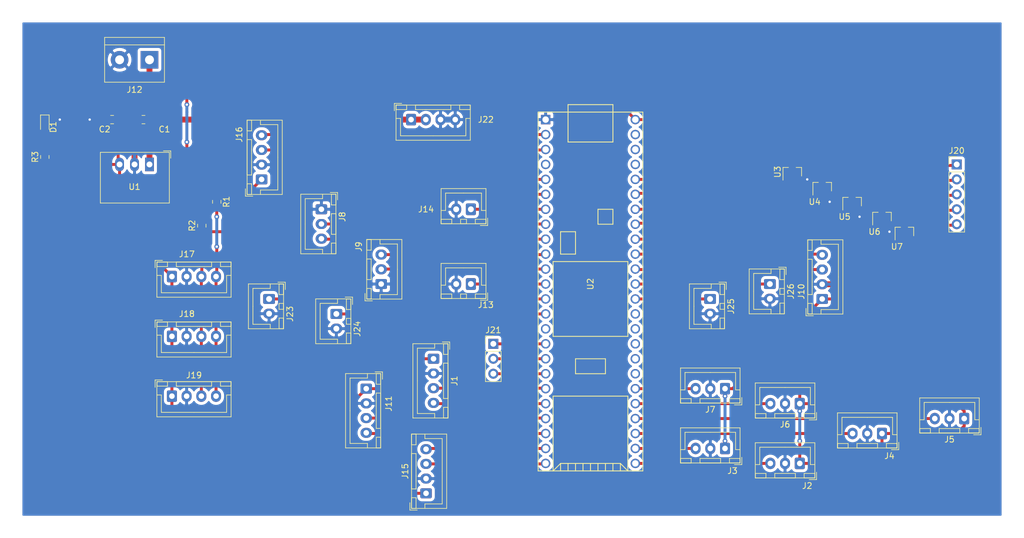
<source format=kicad_pcb>
(kicad_pcb (version 20171130) (host pcbnew 5.1.6+dfsg1-1)
  (layers (0 F.Cu signal) (31 B.Cu signal) (34 B.Paste user) (35 F.Paste user) (36 B.SilkS user) (37 F.SilkS user) (38 B.Mask user) (39 F.Mask user) (44 Edge.Cuts user))
  (net 0 "")
  (net 1 GND)
  (net 2 +12V)
  (net 3 +5V)
  (net 4 "Net-(D1-Pad2)")
  (net 5 /LCD_2)
  (net 6 /LCD_1)
  (net 7 /IR_out1.1)
  (net 8 /IR_out1.2)
  (net 9 /IR_out1.3)
  (net 10 /IR_out2.1)
  (net 11 /IR_out2.2)
  (net 12 /IR_out2.3)
  (net 13 /mot1_dir)
  (net 14 /mot1_PWM)
  (net 15 /mot2_dir)
  (net 16 /mot2_PWM)
  (net 17 /enc1_B)
  (net 18 /enc1_A)
  (net 19 /enc2_B)
  (net 20 /enc2_A)
  (net 21 /tirette)
  (net 22 /couleur)
  (net 23 /RX4)
  (net 24 /TX4)
  (net 25 /Xbee_RX)
  (net 26 /Xbee_TX)
  (net 27 /SCL)
  (net 28 /SDA)
  (net 29 "Net-(J20-Pad5)")
  (net 30 "Net-(J20-Pad4)")
  (net 31 "Net-(J20-Pad3)")
  (net 32 "Net-(J20-Pad2)")
  (net 33 "Net-(J20-Pad1)")
  (net 34 /lidar_out3)
  (net 35 /lidar_out2)
  (net 36 /lidar_out1)
  (net 37 /galet_1.1)
  (net 38 /galet_1.2)
  (net 39 /galet_2.1)
  (net 40 /galet_2.2)
  (net 41 "Net-(U2-Pad52)")
  (net 42 "Net-(U2-Pad51)")
  (net 43 "Net-(U2-Pad50)")
  (net 44 /lidar_in1)
  (net 45 /lidar_in2)
  (net 46 /lidar_in3)
  (net 47 /lidar_in4)
  (net 48 /lidar_in5)
  (net 49 "Net-(U2-Pad40)")
  (net 50 "Net-(U2-Pad39)")
  (net 51 "Net-(U2-Pad38)")
  (net 52 "Net-(U2-Pad4)")
  (net 53 "Net-(U2-Pad37)")
  (net 54 "Net-(U2-Pad36)")
  (net 55 "Net-(U2-Pad15)")
  (module myFootprints:SOT-23 (layer F.Cu) (at 212.09 76.2 90)
    (fp_text reference U7 (at -2.54 -1.27 180) (layer F.SilkS))
    (fp_text value mosfet_lid_I5)
    (pad 1 smd rect (at -1.1 -0.95 90) (size 1.2 0.8) (layers F.Cu F.Paste F.Mask) (net 48 /lidar_in5))
    (pad 2 smd rect (at -1.1 0.95 90) (size 1.2 0.8) (layers F.Cu F.Paste F.Mask) (net 1 GND))
    (pad 3 smd rect (at 1.1 0 90) (size 1.2 0.8) (layers F.Cu F.Paste F.Mask) (net 29 "Net-(J20-Pad5)"))
  )
  (module myFootprints:SOT-23 (layer F.Cu) (at 193.04 66.04 90)
    (fp_text reference U3 (at 0 -2.5 90) (layer F.SilkS))
    (fp_text value mosfet_lid_I1)
    (pad 1 smd rect (at -1.1 -0.95 90) (size 1.2 0.8) (layers F.Cu F.Paste F.Mask) (net 44 /lidar_in1))
    (pad 2 smd rect (at -1.1 0.95 90) (size 1.2 0.8) (layers F.Cu F.Paste F.Mask) (net 1 GND))
    (pad 3 smd rect (at 1.1 0 90) (size 1.2 0.8) (layers F.Cu F.Paste F.Mask) (net 33 "Net-(J20-Pad1)"))
  )
  (module myFootprints:SOT-23 (layer F.Cu) (at 208.28 73.66 90)
    (fp_text reference U6 (at -2.54 -1.27 180) (layer F.SilkS))
    (fp_text value mosfet_lid_I4)
    (pad 1 smd rect (at -1.1 -0.95 90) (size 1.2 0.8) (layers F.Cu F.Paste F.Mask) (net 47 /lidar_in4))
    (pad 2 smd rect (at -1.1 0.95 90) (size 1.2 0.8) (layers F.Cu F.Paste F.Mask) (net 1 GND))
    (pad 3 smd rect (at 1.1 0 90) (size 1.2 0.8) (layers F.Cu F.Paste F.Mask) (net 30 "Net-(J20-Pad4)"))
  )
  (module myFootprints:SOT-23 (layer F.Cu) (at 203.2 71.12 90)
    (fp_text reference U5 (at -2.54 -1.27 180) (layer F.SilkS))
    (fp_text value mosfet_lid_I3)
    (pad 1 smd rect (at -1.1 -0.95 90) (size 1.2 0.8) (layers F.Cu F.Paste F.Mask) (net 46 /lidar_in3))
    (pad 2 smd rect (at -1.1 0.95 90) (size 1.2 0.8) (layers F.Cu F.Paste F.Mask) (net 1 GND))
    (pad 3 smd rect (at 1.1 0 90) (size 1.2 0.8) (layers F.Cu F.Paste F.Mask) (net 31 "Net-(J20-Pad3)"))
  )
  (module myFootprints:SOT-23 (layer F.Cu) (at 198.12 68.58 90)
    (fp_text reference U4 (at -2.54 -1.27 180) (layer F.SilkS))
    (fp_text value mosfet_lid_I2)
    (pad 1 smd rect (at -1.1 -0.95 90) (size 1.2 0.8) (layers F.Cu F.Paste F.Mask) (net 45 /lidar_in2))
    (pad 2 smd rect (at -1.1 0.95 90) (size 1.2 0.8) (layers F.Cu F.Paste F.Mask) (net 1 GND))
    (pad 3 smd rect (at 1.1 0 90) (size 1.2 0.8) (layers F.Cu F.Paste F.Mask) (net 32 "Net-(J20-Pad2)"))
  )
  (module myFootprints:Teensy35_36 (layer F.Cu) (at 158.75 86.36 270)
    (fp_text reference U2 (at -1.27 0 90) (layer F.SilkS))
    (fp_text value Teensy3.5)
    (pad 53 thru_hole circle (at -29.21 -7.62 270) (size 1.6 1.6) (drill 1.1) (layers *.Cu *.Mask) (net 3 +5V))
    (pad 52 thru_hole circle (at -26.67 -7.62 270) (size 1.6 1.6) (drill 1.1) (layers *.Cu *.Mask) (net 41 "Net-(U2-Pad52)"))
    (pad 51 thru_hole circle (at -24.13 -7.62 270) (size 1.6 1.6) (drill 1.1) (layers *.Cu *.Mask) (net 42 "Net-(U2-Pad51)"))
    (pad 50 thru_hole circle (at -21.59 -7.62 270) (size 1.6 1.6) (drill 1.1) (layers *.Cu *.Mask) (net 43 "Net-(U2-Pad50)"))
    (pad 49 thru_hole circle (at -19.05 -7.62 270) (size 1.6 1.6) (drill 1.1) (layers *.Cu *.Mask) (net 44 /lidar_in1))
    (pad 48 thru_hole circle (at -16.51 -7.62 270) (size 1.6 1.6) (drill 1.1) (layers *.Cu *.Mask) (net 45 /lidar_in2))
    (pad 47 thru_hole circle (at -13.97 -7.62 270) (size 1.6 1.6) (drill 1.1) (layers *.Cu *.Mask) (net 46 /lidar_in3))
    (pad 46 thru_hole circle (at -11.43 -7.62 270) (size 1.6 1.6) (drill 1.1) (layers *.Cu *.Mask) (net 47 /lidar_in4))
    (pad 45 thru_hole circle (at -8.89 -7.62 270) (size 1.6 1.6) (drill 1.1) (layers *.Cu *.Mask) (net 48 /lidar_in5))
    (pad 44 thru_hole circle (at -6.35 -7.62 270) (size 1.6 1.6) (drill 1.1) (layers *.Cu *.Mask) (net 17 /enc1_B))
    (pad 43 thru_hole circle (at -3.81 -7.62 270) (size 1.6 1.6) (drill 1.1) (layers *.Cu *.Mask) (net 18 /enc1_A))
    (pad 42 thru_hole circle (at -1.27 -7.62 270) (size 1.6 1.6) (drill 1.1) (layers *.Cu *.Mask) (net 40 /galet_2.2))
    (pad 41 thru_hole circle (at 1.27 -7.62 270) (size 1.6 1.6) (drill 1.1) (layers *.Cu *.Mask) (net 39 /galet_2.1))
    (pad 40 thru_hole circle (at 3.81 -7.62 270) (size 1.6 1.6) (drill 1.1) (layers *.Cu *.Mask) (net 49 "Net-(U2-Pad40)"))
    (pad 39 thru_hole circle (at 6.35 -7.62 270) (size 1.6 1.6) (drill 1.1) (layers *.Cu *.Mask) (net 50 "Net-(U2-Pad39)"))
    (pad 38 thru_hole circle (at 8.89 -7.62 270) (size 1.6 1.6) (drill 1.1) (layers *.Cu *.Mask) (net 51 "Net-(U2-Pad38)"))
    (pad 1 thru_hole rect (at -29.21 7.62 270) (size 1.6 1.6) (drill 1.1) (layers *.Cu *.Mask) (net 1 GND))
    (pad 2 thru_hole circle (at -26.67 7.62 270) (size 1.6 1.6) (drill 1.1) (layers *.Cu *.Mask) (net 25 /Xbee_RX))
    (pad 3 thru_hole circle (at -24.13 7.62 270) (size 1.6 1.6) (drill 1.1) (layers *.Cu *.Mask) (net 26 /Xbee_TX))
    (pad 4 thru_hole circle (at -21.59 7.62 270) (size 1.6 1.6) (drill 1.1) (layers *.Cu *.Mask) (net 52 "Net-(U2-Pad4)"))
    (pad 5 thru_hole circle (at -19.05 7.62 270) (size 1.6 1.6) (drill 1.1) (layers *.Cu *.Mask) (net 27 /SCL))
    (pad 6 thru_hole circle (at -16.51 7.62 270) (size 1.6 1.6) (drill 1.1) (layers *.Cu *.Mask) (net 28 /SDA))
    (pad 7 thru_hole circle (at -13.97 7.62 270) (size 1.6 1.6) (drill 1.1) (layers *.Cu *.Mask) (net 22 /couleur))
    (pad 8 thru_hole circle (at -11.43 7.62 270) (size 1.6 1.6) (drill 1.1) (layers *.Cu *.Mask) (net 14 /mot1_PWM))
    (pad 9 thru_hole circle (at -8.89 7.62 270) (size 1.6 1.6) (drill 1.1) (layers *.Cu *.Mask) (net 13 /mot1_dir))
    (pad 10 thru_hole circle (at -6.35 7.62 270) (size 1.6 1.6) (drill 1.1) (layers *.Cu *.Mask) (net 15 /mot2_dir))
    (pad 11 thru_hole circle (at -3.81 7.62 270) (size 1.6 1.6) (drill 1.1) (layers *.Cu *.Mask) (net 16 /mot2_PWM))
    (pad 12 thru_hole circle (at -1.27 7.62 270) (size 1.6 1.6) (drill 1.1) (layers *.Cu *.Mask) (net 21 /tirette))
    (pad 13 thru_hole circle (at 1.27 7.62 270) (size 1.6 1.6) (drill 1.1) (layers *.Cu *.Mask) (net 37 /galet_1.1))
    (pad 37 thru_hole circle (at 11.43 -7.62 270) (size 1.6 1.6) (drill 1.1) (layers *.Cu *.Mask) (net 53 "Net-(U2-Pad37)"))
    (pad 36 thru_hole circle (at 13.97 -7.62 270) (size 1.6 1.6) (drill 1.1) (layers *.Cu *.Mask) (net 54 "Net-(U2-Pad36)"))
    (pad 35 thru_hole circle (at 16.51 -7.62 270) (size 1.6 1.6) (drill 1.1) (layers *.Cu *.Mask) (net 12 /IR_out2.3))
    (pad 34 thru_hole circle (at 19.05 -7.62 270) (size 1.6 1.6) (drill 1.1) (layers *.Cu *.Mask) (net 11 /IR_out2.2))
    (pad 33 thru_hole circle (at 21.59 -7.62 270) (size 1.6 1.6) (drill 1.1) (layers *.Cu *.Mask) (net 10 /IR_out2.1))
    (pad 32 thru_hole circle (at 24.13 -7.62 270) (size 1.6 1.6) (drill 1.1) (layers *.Cu *.Mask) (net 9 /IR_out1.3))
    (pad 31 thru_hole circle (at 26.67 -7.62 270) (size 1.6 1.6) (drill 1.1) (layers *.Cu *.Mask) (net 8 /IR_out1.2))
    (pad 30 thru_hole circle (at 29.21 -7.62 270) (size 1.6 1.6) (drill 1.1) (layers *.Cu *.Mask) (net 7 /IR_out1.1))
    (pad 24 thru_hole circle (at 29.21 7.62 270) (size 1.6 1.6) (drill 1.1) (layers *.Cu *.Mask) (net 24 /TX4))
    (pad 23 thru_hole circle (at 26.67 7.62 270) (size 1.6 1.6) (drill 1.1) (layers *.Cu *.Mask) (net 23 /RX4))
    (pad 22 thru_hole circle (at 24.13 7.62 270) (size 1.6 1.6) (drill 1.1) (layers *.Cu *.Mask) (net 19 /enc2_B))
    (pad 21 thru_hole circle (at 21.59 7.62 270) (size 1.6 1.6) (drill 1.1) (layers *.Cu *.Mask) (net 20 /enc2_A))
    (pad 14 thru_hole circle (at 3.81 7.62 270) (size 1.6 1.6) (drill 1.1) (layers *.Cu *.Mask) (net 38 /galet_1.2))
    (pad 15 thru_hole circle (at 6.35 7.62 270) (size 1.6 1.6) (drill 1.1) (layers *.Cu *.Mask) (net 55 "Net-(U2-Pad15)"))
    (pad 16 thru_hole circle (at 8.89 7.62 270) (size 1.6 1.6) (drill 1.1) (layers *.Cu *.Mask) (net 36 /lidar_out1))
    (pad 20 thru_hole circle (at 19.05 7.62 270) (size 1.6 1.6) (drill 1.1) (layers *.Cu *.Mask) (net 5 /LCD_2))
    (pad 19 thru_hole circle (at 16.51 7.62 270) (size 1.6 1.6) (drill 1.1) (layers *.Cu *.Mask) (net 6 /LCD_1))
    (pad 18 thru_hole circle (at 13.97 7.62 270) (size 1.6 1.6) (drill 1.1) (layers *.Cu *.Mask) (net 34 /lidar_out3))
    (pad 17 thru_hole circle (at 11.43 7.62 270) (size 1.6 1.6) (drill 1.1) (layers *.Cu *.Mask) (net 35 /lidar_out2))
  )
  (module Converter_DCDC:Converter_DCDC_RECOM_R-78E-0.5_THT (layer F.Cu) (at 83.82 64.77 180)
    (fp_text reference U1 (at 2.54 -3.81) (layer F.SilkS))
    (fp_text value R-78E5.0-1.0)
    (pad 3 thru_hole oval (at 5.08 0 180) (size 1.5 2.3) (drill 1) (layers *.Cu *.Mask) (net 3 +5V))
    (pad 2 thru_hole oval (at 2.54 0 180) (size 1.5 2.3) (drill 1) (layers *.Cu *.Mask) (net 1 GND))
    (pad 1 thru_hole rect (at 0 0 180) (size 1.5 2.3) (drill 1) (layers *.Cu *.Mask) (net 2 +12V))
  )
  (module Resistor_SMD:R_0805_2012Metric_Pad1.15x1.40mm_HandSolder (layer F.Cu) (at 66.04 63.5 90)
    (fp_text reference R3 (at 0 -1.65 90) (layer F.SilkS))
    (fp_text value 1k)
    (pad 2 smd roundrect (at 1.025 0 90) (size 1.15 1.4) (layers F.Cu F.Paste F.Mask) (roundrect_rratio 0.217391) (net 4 "Net-(D1-Pad2)"))
    (pad 1 smd roundrect (at -1.025 0 90) (size 1.15 1.4) (layers F.Cu F.Paste F.Mask) (roundrect_rratio 0.217391) (net 3 +5V))
  )
  (module Resistor_SMD:R_0805_2012Metric_Pad1.15x1.40mm_HandSolder (layer F.Cu) (at 92.71 75.175 90)
    (fp_text reference R2 (at 0 -1.65 90) (layer F.SilkS))
    (fp_text value 2.2k)
    (pad 2 smd roundrect (at 1.025 0 90) (size 1.15 1.4) (layers F.Cu F.Paste F.Mask) (roundrect_rratio 0.217391) (net 3 +5V))
    (pad 1 smd roundrect (at -1.025 0 90) (size 1.15 1.4) (layers F.Cu F.Paste F.Mask) (roundrect_rratio 0.217391) (net 28 /SDA))
  )
  (module Resistor_SMD:R_0805_2012Metric_Pad1.15x1.40mm_HandSolder (layer F.Cu) (at 95.25 71.12 270)
    (fp_text reference R1 (at 0 -1.65 90) (layer F.SilkS))
    (fp_text value 2.2k)
    (pad 2 smd roundrect (at 1.025 0 270) (size 1.15 1.4) (layers F.Cu F.Paste F.Mask) (roundrect_rratio 0.217391) (net 27 /SCL))
    (pad 1 smd roundrect (at -1.025 0 270) (size 1.15 1.4) (layers F.Cu F.Paste F.Mask) (roundrect_rratio 0.217391) (net 3 +5V))
  )
  (module Connector_JST:JST_XH_B2B-XH-A_1x02_P2.50mm_Vertical (layer F.Cu) (at 189.23 85.09 270)
    (fp_text reference J26 (at 1.25 -3.55 90) (layer F.SilkS))
    (fp_text value "Galet 2.2")
    (pad 1 thru_hole roundrect (at 0 0 270) (size 1.7 2) (drill 1) (layers *.Cu *.Mask) (roundrect_rratio 0.147059) (net 40 /galet_2.2))
    (pad 2 thru_hole oval (at 2.5 0 270) (size 1.7 2) (drill 1) (layers *.Cu *.Mask) (net 1 GND))
  )
  (module Connector_JST:JST_XH_B2B-XH-A_1x02_P2.50mm_Vertical (layer F.Cu) (at 179.07 87.63 270)
    (fp_text reference J25 (at 1.25 -3.55 90) (layer F.SilkS))
    (fp_text value "Galet 2.1")
    (pad 2 thru_hole oval (at 2.5 0 270) (size 1.7 2) (drill 1) (layers *.Cu *.Mask) (net 1 GND))
    (pad 1 thru_hole roundrect (at 0 0 270) (size 1.7 2) (drill 1) (layers *.Cu *.Mask) (roundrect_rratio 0.147059) (net 39 /galet_2.1))
  )
  (module Connector_JST:JST_XH_B2B-XH-A_1x02_P2.50mm_Vertical (layer F.Cu) (at 115.57 90.17 270)
    (fp_text reference J24 (at 2.54 -3.55 90) (layer F.SilkS))
    (fp_text value "Galet 1.2")
    (pad 2 thru_hole oval (at 2.5 0 270) (size 1.7 2) (drill 1) (layers *.Cu *.Mask) (net 1 GND))
    (pad 1 thru_hole roundrect (at 0 0 270) (size 1.7 2) (drill 1) (layers *.Cu *.Mask) (roundrect_rratio 0.147059) (net 38 /galet_1.2))
  )
  (module Connector_JST:JST_XH_B2B-XH-A_1x02_P2.50mm_Vertical (layer F.Cu) (at 104.14 87.63 270)
    (fp_text reference J23 (at 2.54 -3.55 90) (layer F.SilkS))
    (fp_text value "Galet 1.1")
    (pad 2 thru_hole oval (at 2.5 0 270) (size 1.7 2) (drill 1) (layers *.Cu *.Mask) (net 1 GND))
    (pad 1 thru_hole roundrect (at 0 0 270) (size 1.7 2) (drill 1) (layers *.Cu *.Mask) (roundrect_rratio 0.147059) (net 37 /galet_1.1))
  )
  (module Connector_JST:JST_XH_B4B-XH-A_1x04_P2.50mm_Vertical (layer F.Cu) (at 128.27 57.15)
    (fp_text reference J22 (at 12.7 0) (layer F.SilkS))
    (fp_text value Lidar_alim)
    (pad 4 thru_hole oval (at 7.5 0) (size 1.7 1.95) (drill 0.95) (layers *.Cu *.Mask) (net 1 GND))
    (pad 3 thru_hole oval (at 5 0) (size 1.7 1.95) (drill 0.95) (layers *.Cu *.Mask) (net 1 GND))
    (pad 2 thru_hole oval (at 2.5 0) (size 1.7 1.95) (drill 0.95) (layers *.Cu *.Mask) (net 2 +12V))
    (pad 1 thru_hole roundrect (at 0 0) (size 1.7 1.95) (drill 0.95) (layers *.Cu *.Mask) (roundrect_rratio 0.147059) (net 2 +12V))
  )
  (module Connector_PinHeader_2.54mm:PinHeader_1x03_P2.54mm_Vertical (layer F.Cu) (at 142.24 95.25)
    (fp_text reference J21 (at 0 -2.33) (layer F.SilkS))
    (fp_text value lidar_out)
    (pad 3 thru_hole oval (at 0 5.08) (size 1.7 1.7) (drill 1) (layers *.Cu *.Mask) (net 34 /lidar_out3))
    (pad 2 thru_hole oval (at 0 2.54) (size 1.7 1.7) (drill 1) (layers *.Cu *.Mask) (net 35 /lidar_out2))
    (pad 1 thru_hole rect (at 0 0) (size 1.7 1.7) (drill 1) (layers *.Cu *.Mask) (net 36 /lidar_out1))
  )
  (module Connector_PinHeader_2.54mm:PinHeader_1x05_P2.54mm_Vertical (layer F.Cu) (at 220.98 64.77)
    (fp_text reference J20 (at 0 -2.33) (layer F.SilkS))
    (fp_text value lidar_in)
    (pad 5 thru_hole oval (at 0 10.16) (size 1.7 1.7) (drill 1) (layers *.Cu *.Mask) (net 29 "Net-(J20-Pad5)"))
    (pad 4 thru_hole oval (at 0 7.62) (size 1.7 1.7) (drill 1) (layers *.Cu *.Mask) (net 30 "Net-(J20-Pad4)"))
    (pad 3 thru_hole oval (at 0 5.08) (size 1.7 1.7) (drill 1) (layers *.Cu *.Mask) (net 31 "Net-(J20-Pad3)"))
    (pad 2 thru_hole oval (at 0 2.54) (size 1.7 1.7) (drill 1) (layers *.Cu *.Mask) (net 32 "Net-(J20-Pad2)"))
    (pad 1 thru_hole rect (at 0 0) (size 1.7 1.7) (drill 1) (layers *.Cu *.Mask) (net 33 "Net-(J20-Pad1)"))
  )
  (module Connector_JST:JST_XH_B4B-XH-A_1x04_P2.50mm_Vertical (layer F.Cu) (at 87.63 104.14)
    (fp_text reference J19 (at 3.75 -3.55) (layer F.SilkS))
    (fp_text value I2C_backup)
    (pad 4 thru_hole oval (at 7.5 0) (size 1.7 1.95) (drill 0.95) (layers *.Cu *.Mask) (net 27 /SCL))
    (pad 3 thru_hole oval (at 5 0) (size 1.7 1.95) (drill 0.95) (layers *.Cu *.Mask) (net 28 /SDA))
    (pad 2 thru_hole oval (at 2.5 0) (size 1.7 1.95) (drill 0.95) (layers *.Cu *.Mask) (net 1 GND))
    (pad 1 thru_hole roundrect (at 0 0) (size 1.7 1.95) (drill 0.95) (layers *.Cu *.Mask) (roundrect_rratio 0.147059) (net 3 +5V))
  )
  (module Connector_JST:JST_XH_B4B-XH-A_1x04_P2.50mm_Vertical (layer F.Cu) (at 87.63 93.98)
    (fp_text reference J18 (at 2.54 -3.81) (layer F.SilkS))
    (fp_text value Capt_US)
    (pad 4 thru_hole oval (at 7.5 0) (size 1.7 1.95) (drill 0.95) (layers *.Cu *.Mask) (net 27 /SCL))
    (pad 3 thru_hole oval (at 5 0) (size 1.7 1.95) (drill 0.95) (layers *.Cu *.Mask) (net 28 /SDA))
    (pad 2 thru_hole oval (at 2.5 0) (size 1.7 1.95) (drill 0.95) (layers *.Cu *.Mask) (net 1 GND))
    (pad 1 thru_hole roundrect (at 0 0) (size 1.7 1.95) (drill 0.95) (layers *.Cu *.Mask) (roundrect_rratio 0.147059) (net 3 +5V))
  )
  (module Connector_JST:JST_XH_B4B-XH-A_1x04_P2.50mm_Vertical (layer F.Cu) (at 87.63 83.82)
    (fp_text reference J17 (at 2.54 -3.81) (layer F.SilkS))
    (fp_text value PCA9685)
    (pad 4 thru_hole oval (at 7.5 0) (size 1.7 1.95) (drill 0.95) (layers *.Cu *.Mask) (net 27 /SCL))
    (pad 3 thru_hole oval (at 5 0) (size 1.7 1.95) (drill 0.95) (layers *.Cu *.Mask) (net 28 /SDA))
    (pad 2 thru_hole oval (at 2.5 0) (size 1.7 1.95) (drill 0.95) (layers *.Cu *.Mask) (net 1 GND))
    (pad 1 thru_hole roundrect (at 0 0) (size 1.7 1.95) (drill 0.95) (layers *.Cu *.Mask) (roundrect_rratio 0.147059) (net 3 +5V))
  )
  (module Connector_JST:JST_XH_B4B-XH-A_1x04_P2.50mm_Vertical (layer F.Cu) (at 102.87 67.31 90)
    (fp_text reference J16 (at 7.62 -3.81 90) (layer F.SilkS))
    (fp_text value Xbee)
    (pad 4 thru_hole oval (at 7.5 0 90) (size 1.7 1.95) (drill 0.95) (layers *.Cu *.Mask) (net 25 /Xbee_RX))
    (pad 3 thru_hole oval (at 5 0 90) (size 1.7 1.95) (drill 0.95) (layers *.Cu *.Mask) (net 26 /Xbee_TX))
    (pad 2 thru_hole oval (at 2.5 0 90) (size 1.7 1.95) (drill 0.95) (layers *.Cu *.Mask) (net 1 GND))
    (pad 1 thru_hole roundrect (at 0 0 90) (size 1.7 1.95) (drill 0.95) (layers *.Cu *.Mask) (roundrect_rratio 0.147059) (net 3 +5V))
  )
  (module Connector_JST:JST_XH_B4B-XH-A_1x04_P2.50mm_Vertical (layer F.Cu) (at 130.81 120.65 90)
    (fp_text reference J15 (at 3.75 -3.55 90) (layer F.SilkS))
    (fp_text value UART_backup)
    (pad 4 thru_hole oval (at 7.5 0 90) (size 1.7 1.95) (drill 0.95) (layers *.Cu *.Mask) (net 23 /RX4))
    (pad 3 thru_hole oval (at 5 0 90) (size 1.7 1.95) (drill 0.95) (layers *.Cu *.Mask) (net 24 /TX4))
    (pad 2 thru_hole oval (at 2.5 0 90) (size 1.7 1.95) (drill 0.95) (layers *.Cu *.Mask) (net 1 GND))
    (pad 1 thru_hole roundrect (at 0 0 90) (size 1.7 1.95) (drill 0.95) (layers *.Cu *.Mask) (roundrect_rratio 0.147059) (net 3 +5V))
  )
  (module Connector_JST:JST_XH_B2B-XH-A_1x02_P2.50mm_Vertical (layer F.Cu) (at 138.43 72.39 180)
    (fp_text reference J14 (at 7.62 0) (layer F.SilkS))
    (fp_text value Couleur)
    (pad 2 thru_hole oval (at 2.5 0 180) (size 1.7 2) (drill 1) (layers *.Cu *.Mask) (net 1 GND))
    (pad 1 thru_hole roundrect (at 0 0 180) (size 1.7 2) (drill 1) (layers *.Cu *.Mask) (roundrect_rratio 0.147059) (net 22 /couleur))
  )
  (module Connector_JST:JST_XH_B2B-XH-A_1x02_P2.50mm_Vertical (layer F.Cu) (at 138.43 85.09 180)
    (fp_text reference J13 (at -2.54 -3.55) (layer F.SilkS))
    (fp_text value Tirette)
    (pad 2 thru_hole oval (at 2.5 0 180) (size 1.7 2) (drill 1) (layers *.Cu *.Mask) (net 1 GND))
    (pad 1 thru_hole roundrect (at 0 0 180) (size 1.7 2) (drill 1) (layers *.Cu *.Mask) (roundrect_rratio 0.147059) (net 21 /tirette))
  )
  (module TerminalBlock:TerminalBlock_bornier-2_P5.08mm (layer F.Cu) (at 83.82 46.99 180)
    (fp_text reference J12 (at 2.54 -5.08) (layer F.SilkS))
    (fp_text value Conn_bat_power)
    (pad 2 thru_hole circle (at 5.08 0 180) (size 3 3) (drill 1.52) (layers *.Cu *.Mask) (net 1 GND))
    (pad 1 thru_hole rect (at 0 0 180) (size 3 3) (drill 1.52) (layers *.Cu *.Mask) (net 2 +12V))
  )
  (module Connector_JST:JST_XH_B4B-XH-A_1x04_P2.50mm_Vertical (layer F.Cu) (at 120.65 102.87 270)
    (fp_text reference J11 (at 2.54 -3.81 90) (layer F.SilkS))
    (fp_text value "Encodeur 2")
    (pad 4 thru_hole oval (at 7.5 0 270) (size 1.7 1.95) (drill 0.95) (layers *.Cu *.Mask) (net 19 /enc2_B))
    (pad 3 thru_hole oval (at 5 0 270) (size 1.7 1.95) (drill 0.95) (layers *.Cu *.Mask) (net 20 /enc2_A))
    (pad 2 thru_hole oval (at 2.5 0 270) (size 1.7 1.95) (drill 0.95) (layers *.Cu *.Mask) (net 1 GND))
    (pad 1 thru_hole roundrect (at 0 0 270) (size 1.7 1.95) (drill 0.95) (layers *.Cu *.Mask) (roundrect_rratio 0.147059) (net 3 +5V))
  )
  (module Connector_JST:JST_XH_B4B-XH-A_1x04_P2.50mm_Vertical (layer F.Cu) (at 198.12 87.63 90)
    (fp_text reference J10 (at 1.27 -3.55 90) (layer F.SilkS))
    (fp_text value "Encodeur 1")
    (pad 4 thru_hole oval (at 7.5 0 90) (size 1.7 1.95) (drill 0.95) (layers *.Cu *.Mask) (net 17 /enc1_B))
    (pad 3 thru_hole oval (at 5 0 90) (size 1.7 1.95) (drill 0.95) (layers *.Cu *.Mask) (net 18 /enc1_A))
    (pad 2 thru_hole oval (at 2.5 0 90) (size 1.7 1.95) (drill 0.95) (layers *.Cu *.Mask) (net 1 GND))
    (pad 1 thru_hole roundrect (at 0 0 90) (size 1.7 1.95) (drill 0.95) (layers *.Cu *.Mask) (roundrect_rratio 0.147059) (net 3 +5V))
  )
  (module Connector_JST:JST_XH_B3B-XH-A_1x03_P2.50mm_Vertical (layer F.Cu) (at 123.19 85.09 90)
    (fp_text reference J9 (at 6.35 -3.81 90) (layer F.SilkS))
    (fp_text value "Moteur 2")
    (pad 3 thru_hole oval (at 5 0 90) (size 1.7 1.95) (drill 0.95) (layers *.Cu *.Mask) (net 15 /mot2_dir))
    (pad 2 thru_hole oval (at 2.5 0 90) (size 1.7 1.95) (drill 0.95) (layers *.Cu *.Mask) (net 16 /mot2_PWM))
    (pad 1 thru_hole roundrect (at 0 0 90) (size 1.7 1.95) (drill 0.95) (layers *.Cu *.Mask) (roundrect_rratio 0.147059) (net 1 GND))
  )
  (module Connector_JST:JST_XH_B3B-XH-A_1x03_P2.50mm_Vertical (layer F.Cu) (at 113.03 72.39 270)
    (fp_text reference J8 (at 1.27 -3.55 90) (layer F.SilkS))
    (fp_text value "Moteur 1")
    (pad 3 thru_hole oval (at 5 0 270) (size 1.7 1.95) (drill 0.95) (layers *.Cu *.Mask) (net 13 /mot1_dir))
    (pad 2 thru_hole oval (at 2.5 0 270) (size 1.7 1.95) (drill 0.95) (layers *.Cu *.Mask) (net 14 /mot1_PWM))
    (pad 1 thru_hole roundrect (at 0 0 270) (size 1.7 1.95) (drill 0.95) (layers *.Cu *.Mask) (roundrect_rratio 0.147059) (net 1 GND))
  )
  (module Connector_JST:JST_XH_B3B-XH-A_1x03_P2.50mm_Vertical (layer F.Cu) (at 181.61 102.87 180)
    (fp_text reference J7 (at 2.5 -3.55) (layer F.SilkS))
    (fp_text value "IR 2.3")
    (pad 3 thru_hole oval (at 5 0 180) (size 1.7 1.95) (drill 0.95) (layers *.Cu *.Mask) (net 12 /IR_out2.3))
    (pad 2 thru_hole oval (at 2.5 0 180) (size 1.7 1.95) (drill 0.95) (layers *.Cu *.Mask) (net 1 GND))
    (pad 1 thru_hole roundrect (at 0 0 180) (size 1.7 1.95) (drill 0.95) (layers *.Cu *.Mask) (roundrect_rratio 0.147059) (net 3 +5V))
  )
  (module Connector_JST:JST_XH_B3B-XH-A_1x03_P2.50mm_Vertical (layer F.Cu) (at 194.31 105.41 180)
    (fp_text reference J6 (at 2.5 -3.55) (layer F.SilkS))
    (fp_text value "IR 2.2")
    (pad 3 thru_hole oval (at 5 0 180) (size 1.7 1.95) (drill 0.95) (layers *.Cu *.Mask) (net 11 /IR_out2.2))
    (pad 2 thru_hole oval (at 2.5 0 180) (size 1.7 1.95) (drill 0.95) (layers *.Cu *.Mask) (net 1 GND))
    (pad 1 thru_hole roundrect (at 0 0 180) (size 1.7 1.95) (drill 0.95) (layers *.Cu *.Mask) (roundrect_rratio 0.147059) (net 3 +5V))
  )
  (module Connector_JST:JST_XH_B3B-XH-A_1x03_P2.50mm_Vertical (layer F.Cu) (at 222.25 107.95 180)
    (fp_text reference J5 (at 2.5 -3.55) (layer F.SilkS))
    (fp_text value "IR 2.1")
    (pad 3 thru_hole oval (at 5 0 180) (size 1.7 1.95) (drill 0.95) (layers *.Cu *.Mask) (net 10 /IR_out2.1))
    (pad 2 thru_hole oval (at 2.5 0 180) (size 1.7 1.95) (drill 0.95) (layers *.Cu *.Mask) (net 1 GND))
    (pad 1 thru_hole roundrect (at 0 0 180) (size 1.7 1.95) (drill 0.95) (layers *.Cu *.Mask) (roundrect_rratio 0.147059) (net 3 +5V))
  )
  (module Connector_JST:JST_XH_B3B-XH-A_1x03_P2.50mm_Vertical (layer F.Cu) (at 208.28 110.49 180)
    (fp_text reference J4 (at -1.27 -3.81) (layer F.SilkS))
    (fp_text value "IR 1.3")
    (pad 3 thru_hole oval (at 5 0 180) (size 1.7 1.95) (drill 0.95) (layers *.Cu *.Mask) (net 9 /IR_out1.3))
    (pad 2 thru_hole oval (at 2.5 0 180) (size 1.7 1.95) (drill 0.95) (layers *.Cu *.Mask) (net 1 GND))
    (pad 1 thru_hole roundrect (at 0 0 180) (size 1.7 1.95) (drill 0.95) (layers *.Cu *.Mask) (roundrect_rratio 0.147059) (net 3 +5V))
  )
  (module Connector_JST:JST_XH_B3B-XH-A_1x03_P2.50mm_Vertical (layer F.Cu) (at 181.61 113.03 180)
    (fp_text reference J3 (at -1.27 -3.81) (layer F.SilkS))
    (fp_text value "IR 1.2")
    (pad 3 thru_hole oval (at 5 0 180) (size 1.7 1.95) (drill 0.95) (layers *.Cu *.Mask) (net 8 /IR_out1.2))
    (pad 2 thru_hole oval (at 2.5 0 180) (size 1.7 1.95) (drill 0.95) (layers *.Cu *.Mask) (net 1 GND))
    (pad 1 thru_hole roundrect (at 0 0 180) (size 1.7 1.95) (drill 0.95) (layers *.Cu *.Mask) (roundrect_rratio 0.147059) (net 3 +5V))
  )
  (module Connector_JST:JST_XH_B3B-XH-A_1x03_P2.50mm_Vertical (layer F.Cu) (at 194.31 115.57 180)
    (fp_text reference J2 (at -1.27 -3.81) (layer F.SilkS))
    (fp_text value "IR 1.1")
    (pad 3 thru_hole oval (at 5 0 180) (size 1.7 1.95) (drill 0.95) (layers *.Cu *.Mask) (net 7 /IR_out1.1))
    (pad 2 thru_hole oval (at 2.5 0 180) (size 1.7 1.95) (drill 0.95) (layers *.Cu *.Mask) (net 1 GND))
    (pad 1 thru_hole roundrect (at 0 0 180) (size 1.7 1.95) (drill 0.95) (layers *.Cu *.Mask) (roundrect_rratio 0.147059) (net 3 +5V))
  )
  (module Connector_JST:JST_XH_B4B-XH-A_1x04_P2.50mm_Vertical (layer F.Cu) (at 132.08 97.79 270)
    (fp_text reference J1 (at 3.75 -3.55 90) (layer F.SilkS))
    (fp_text value LCD)
    (pad 4 thru_hole oval (at 7.5 0 270) (size 1.7 1.95) (drill 0.95) (layers *.Cu *.Mask) (net 5 /LCD_2))
    (pad 3 thru_hole oval (at 5 0 270) (size 1.7 1.95) (drill 0.95) (layers *.Cu *.Mask) (net 6 /LCD_1))
    (pad 2 thru_hole oval (at 2.5 0 270) (size 1.7 1.95) (drill 0.95) (layers *.Cu *.Mask) (net 1 GND))
    (pad 1 thru_hole roundrect (at 0 0 270) (size 1.7 1.95) (drill 0.95) (layers *.Cu *.Mask) (roundrect_rratio 0.147059) (net 3 +5V))
  )
  (module LED_SMD:LED_0603_1608Metric_Pad1.05x0.95mm_HandSolder (layer F.Cu) (at 66.04 58.025 270)
    (fp_text reference D1 (at 0.395 -1.43 90) (layer F.SilkS))
    (fp_text value LED_bleue)
    (pad 2 smd roundrect (at 0.875 0 270) (size 1.05 0.95) (layers F.Cu F.Paste F.Mask) (net 4 "Net-(D1-Pad2)"))
    (pad 1 smd roundrect (at -0.875 0 270) (size 1.05 0.95) (layers F.Cu F.Paste F.Mask) (net 1 GND))
  )
  (module Capacitor_SMD:C_0805_2012Metric_Pad1.15x1.40mm_HandSolder (layer F.Cu) (at 77.47 57.15 180)
    (fp_text reference C2 (at 1.27 -1.65) (layer F.SilkS))
    (fp_text value 10µF)
    (pad 2 smd roundrect (at 1.025 0 180) (size 1.15 1.4) (layers F.Cu F.Paste F.Mask) (roundrect_rratio 0.217391) (net 1 GND))
    (pad 1 smd roundrect (at -1.025 0 180) (size 1.15 1.4) (layers F.Cu F.Paste F.Mask) (roundrect_rratio 0.217391) (net 3 +5V))
  )
  (module Capacitor_SMD:C_0805_2012Metric_Pad1.15x1.40mm_HandSolder (layer F.Cu) (at 82.795 57.15 180)
    (fp_text reference C1 (at -3.565 -1.65) (layer F.SilkS))
    (fp_text value 10µF)
    (pad 2 smd roundrect (at 1.025 0 180) (size 1.15 1.4) (layers F.Cu F.Paste F.Mask) (roundrect_rratio 0.217391) (net 1 GND))
    (pad 1 smd roundrect (at -1.025 0 180) (size 1.15 1.4) (layers F.Cu F.Paste F.Mask) (roundrect_rratio 0.217391) (net 2 +12V))
  )
  (segment (start 135.77 72.23) (end 135.93 72.39) (width 1) (layer B.Cu) (net 1))
  (segment (start 133.27 57.15) (end 135.77 57.15) (width 1) (layer B.Cu) (net 1))
  (segment (start 203.835002 72.22) (end 204.15 72.22) (width 0.25) (layer F.Cu) (net 1))
  (segment (start 208.915002 74.76) (end 209.23 74.76) (width 0.25) (layer F.Cu) (net 1))
  (segment (start 209.23 74.76) (end 209.38 74.76) (width 0.25) (layer F.Cu) (net 1))
  (segment (start 213.04 78.9) (end 213.04 77.3) (width 1) (layer F.Cu) (net 1))
  (segment (start 198.12 85.13) (end 206.81 85.13) (width 1) (layer F.Cu) (net 1))
  (via (at 204.47 73.66) (size 0.8) (drill 0.4) (layers F.Cu B.Cu) (net 1))
  (via (at 209.55 76.2) (size 0.8) (drill 0.4) (layers F.Cu B.Cu) (net 1))
  (via (at 199.39 71.12) (size 0.8) (drill 0.4) (layers F.Cu B.Cu) (net 1))
  (via (at 195.58 67.31) (size 0.8) (drill 0.4) (layers F.Cu B.Cu) (net 1))
  (segment (start 209.47 82.47) (end 213.04 78.9) (width 1) (layer F.Cu) (net 1))
  (segment (start 206.81 85.13) (end 209.47 82.47) (width 1) (layer F.Cu) (net 1))
  (segment (start 209.55 75.08) (end 209.23 74.76) (width 1) (layer F.Cu) (net 1))
  (segment (start 209.55 76.2) (end 209.55 75.08) (width 1) (layer F.Cu) (net 1))
  (segment (start 204.47 72.54) (end 204.15 72.22) (width 1) (layer F.Cu) (net 1))
  (segment (start 204.47 73.66) (end 204.47 72.54) (width 1) (layer F.Cu) (net 1))
  (segment (start 199.39 70) (end 199.07 69.68) (width 1) (layer F.Cu) (net 1))
  (segment (start 199.39 71.12) (end 199.39 70) (width 1) (layer F.Cu) (net 1))
  (segment (start 194.16 67.31) (end 193.99 67.14) (width 1) (layer F.Cu) (net 1))
  (segment (start 195.58 67.31) (end 194.16 67.31) (width 1) (layer F.Cu) (net 1))
  (via (at 68.58 57.15) (size 0.8) (drill 0.4) (layers F.Cu B.Cu) (net 1))
  (segment (start 68.58 57.15) (end 66.04 57.15) (width 1) (layer F.Cu) (net 1))
  (via (at 73.66 57.15) (size 0.8) (drill 0.4) (layers F.Cu B.Cu) (net 1))
  (segment (start 73.66 57.15) (end 76.445 57.15) (width 1) (layer F.Cu) (net 1))
  (segment (start 81.28 57.64) (end 81.77 57.15) (width 1) (layer F.Cu) (net 1))
  (segment (start 81.28 64.77) (end 81.28 57.64) (width 1) (layer F.Cu) (net 1))
  (segment (start 83.82 46.99) (end 83.82 57.15) (width 1) (layer F.Cu) (net 2))
  (segment (start 83.82 57.15) (end 83.82 64.77) (width 1) (layer F.Cu) (net 2))
  (segment (start 83.82 57.15) (end 128.27 57.15) (width 1) (layer F.Cu) (net 2))
  (segment (start 128.27 57.15) (end 130.77 57.15) (width 1) (layer F.Cu) (net 2))
  (segment (start 78.495 64.525) (end 78.74 64.77) (width 0.5) (layer F.Cu) (net 3))
  (segment (start 78.495 57.15) (end 78.495 64.525) (width 0.5) (layer F.Cu) (net 3))
  (segment (start 66.285 64.77) (end 66.04 64.525) (width 0.5) (layer F.Cu) (net 3))
  (segment (start 78.74 64.77) (end 66.285 64.77) (width 0.5) (layer F.Cu) (net 3))
  (segment (start 87.63 104.14) (end 87.63 107.95) (width 0.5) (layer F.Cu) (net 3))
  (segment (start 87.63 107.95) (end 90.17 110.49) (width 0.5) (layer F.Cu) (net 3))
  (segment (start 113.03 110.49) (end 120.65 102.87) (width 0.5) (layer F.Cu) (net 3))
  (segment (start 90.17 110.49) (end 113.03 110.49) (width 0.5) (layer F.Cu) (net 3))
  (segment (start 87.63 83.82) (end 87.63 93.98) (width 0.5) (layer F.Cu) (net 3))
  (segment (start 87.63 104.14) (end 87.63 93.98) (width 0.5) (layer F.Cu) (net 3))
  (segment (start 120.65 102.87) (end 123.19 102.87) (width 0.5) (layer F.Cu) (net 3))
  (segment (start 128.27 97.79) (end 132.08 97.79) (width 0.5) (layer F.Cu) (net 3))
  (segment (start 123.19 102.87) (end 128.27 97.79) (width 0.5) (layer F.Cu) (net 3))
  (segment (start 78.74 74.93) (end 87.63 83.82) (width 0.5) (layer F.Cu) (net 3))
  (segment (start 78.74 64.77) (end 78.74 72.39) (width 0.5) (layer F.Cu) (net 3))
  (segment (start 78.74 72.39) (end 78.74 74.93) (width 0.5) (layer F.Cu) (net 3))
  (segment (start 91.93 74.93) (end 92.71 74.15) (width 0.5) (layer F.Cu) (net 3))
  (segment (start 78.74 72.39) (end 81.28 74.93) (width 0.5) (layer F.Cu) (net 3))
  (segment (start 95.25 70.095) (end 93.735 70.095) (width 0.5) (layer F.Cu) (net 3))
  (segment (start 92.71 71.12) (end 92.71 74.15) (width 0.5) (layer F.Cu) (net 3))
  (segment (start 93.735 70.095) (end 92.71 71.12) (width 0.5) (layer F.Cu) (net 3))
  (segment (start 100.085 70.095) (end 102.87 67.31) (width 0.5) (layer F.Cu) (net 3))
  (segment (start 95.25 70.095) (end 100.085 70.095) (width 0.5) (layer F.Cu) (net 3))
  (segment (start 87.63 74.93) (end 90.17 72.39) (width 0.5) (layer F.Cu) (net 3))
  (segment (start 81.28 74.93) (end 87.63 74.93) (width 0.5) (layer F.Cu) (net 3))
  (segment (start 87.63 74.93) (end 91.93 74.93) (width 0.5) (layer F.Cu) (net 3))
  (segment (start 90.17 72.39) (end 90.17 71.12) (width 0.5) (layer F.Cu) (net 3))
  (segment (start 224.79 78.74) (end 215.9 87.63) (width 0.5) (layer F.Cu) (net 3))
  (segment (start 224.79 62.23) (end 224.79 78.74) (width 0.5) (layer F.Cu) (net 3))
  (segment (start 219.71 57.15) (end 224.79 62.23) (width 0.5) (layer F.Cu) (net 3))
  (segment (start 215.9 87.63) (end 198.12 87.63) (width 0.5) (layer F.Cu) (net 3))
  (segment (start 166.37 57.15) (end 219.71 57.15) (width 0.5) (layer F.Cu) (net 3))
  (segment (start 194.31 91.44) (end 198.12 87.63) (width 0.5) (layer F.Cu) (net 3))
  (segment (start 194.31 105.41) (end 194.31 91.44) (width 0.5) (layer F.Cu) (net 3))
  (segment (start 194.31 91.44) (end 182.88 102.87) (width 0.5) (layer F.Cu) (net 3))
  (segment (start 182.88 102.87) (end 181.61 102.87) (width 0.5) (layer F.Cu) (net 3))
  (segment (start 208.28 110.49) (end 220.98 110.49) (width 0.5) (layer F.Cu) (net 3))
  (segment (start 222.25 109.22) (end 222.25 107.95) (width 0.5) (layer F.Cu) (net 3))
  (segment (start 220.98 110.49) (end 222.25 109.22) (width 0.5) (layer F.Cu) (net 3))
  (segment (start 222.25 107.95) (end 222.25 106.68) (width 0.5) (layer F.Cu) (net 3))
  (segment (start 222.25 106.68) (end 220.98 105.41) (width 0.5) (layer F.Cu) (net 3))
  (segment (start 220.98 105.41) (end 194.31 105.41) (width 0.5) (layer F.Cu) (net 3))
  (segment (start 194.31 115.57) (end 205.74 115.57) (width 0.5) (layer F.Cu) (net 3))
  (segment (start 205.74 115.57) (end 208.28 113.03) (width 0.5) (layer F.Cu) (net 3))
  (segment (start 208.28 113.03) (end 208.28 110.49) (width 0.5) (layer F.Cu) (net 3))
  (segment (start 194.31 115.57) (end 194.31 111.76) (width 0.5) (layer F.Cu) (net 3))
  (segment (start 194.31 111.76) (end 194.31 111.76) (width 0.5) (layer F.Cu) (net 3))
  (via (at 194.31 111.76) (size 0.8) (drill 0.4) (layers F.Cu B.Cu) (net 3))
  (segment (start 194.31 111.76) (end 194.31 106.68) (width 0.5) (layer B.Cu) (net 3))
  (segment (start 194.31 106.68) (end 194.31 106.68) (width 0.5) (layer B.Cu) (net 3))
  (via (at 194.31 106.68) (size 0.8) (drill 0.4) (layers F.Cu B.Cu) (net 3))
  (segment (start 194.31 106.68) (end 194.31 105.41) (width 0.5) (layer F.Cu) (net 3))
  (segment (start 181.61 113.03) (end 181.61 111.76) (width 0.5) (layer F.Cu) (net 3))
  (segment (start 181.61 111.76) (end 181.61 111.76) (width 0.5) (layer F.Cu) (net 3))
  (via (at 181.61 111.76) (size 0.8) (drill 0.4) (layers F.Cu B.Cu) (net 3))
  (segment (start 181.61 111.76) (end 181.61 104.14) (width 0.5) (layer B.Cu) (net 3))
  (segment (start 181.61 104.14) (end 181.61 104.14) (width 0.5) (layer B.Cu) (net 3))
  (via (at 181.61 104.14) (size 0.8) (drill 0.4) (layers F.Cu B.Cu) (net 3))
  (segment (start 181.61 104.14) (end 181.61 102.87) (width 0.5) (layer F.Cu) (net 3))
  (segment (start 123.19 120.65) (end 130.81 120.65) (width 0.5) (layer F.Cu) (net 3))
  (segment (start 113.03 110.49) (end 123.19 120.65) (width 0.5) (layer F.Cu) (net 3))
  (segment (start 90.17 60.96) (end 90.17 60.96) (width 0.25) (layer F.Cu) (net 3))
  (segment (start 90.17 71.12) (end 90.17 60.96) (width 0.5) (layer F.Cu) (net 3))
  (segment (start 90.17 60.96) (end 90.17 60.96) (width 0.25) (layer F.Cu) (net 3))
  (via (at 90.17 60.96) (size 0.8) (drill 0.4) (layers F.Cu B.Cu) (net 3))
  (segment (start 90.17 60.96) (end 90.17 55.88) (width 0.5) (layer B.Cu) (net 3))
  (segment (start 90.17 55.88) (end 90.17 54.61) (width 0.5) (layer B.Cu) (net 3))
  (segment (start 90.17 54.61) (end 90.17 54.61) (width 0.5) (layer B.Cu) (net 3))
  (via (at 90.17 54.61) (size 0.8) (drill 0.4) (layers F.Cu B.Cu) (net 3))
  (segment (start 90.17 54.61) (end 90.17 53.34) (width 0.5) (layer F.Cu) (net 3))
  (segment (start 90.17 53.34) (end 91.44 52.07) (width 0.5) (layer F.Cu) (net 3))
  (segment (start 161.29 52.07) (end 166.37 57.15) (width 0.5) (layer F.Cu) (net 3))
  (segment (start 91.44 52.07) (end 161.29 52.07) (width 0.5) (layer F.Cu) (net 3))
  (segment (start 66.04 58.9) (end 66.04 62.475) (width 0.5) (layer F.Cu) (net 4))
  (segment (start 132.2 105.41) (end 132.08 105.29) (width 0.5) (layer F.Cu) (net 5))
  (segment (start 151.13 105.41) (end 132.2 105.41) (width 0.5) (layer F.Cu) (net 5))
  (segment (start 151.05 102.79) (end 151.13 102.87) (width 0.5) (layer F.Cu) (net 6))
  (segment (start 132.08 102.79) (end 151.05 102.79) (width 0.5) (layer F.Cu) (net 6))
  (segment (start 189.31 115.57) (end 166.37 115.57) (width 0.5) (layer F.Cu) (net 7))
  (segment (start 166.37 113.03) (end 176.61 113.03) (width 0.5) (layer F.Cu) (net 8))
  (segment (start 166.37 110.49) (end 203.28 110.49) (width 0.5) (layer F.Cu) (net 9))
  (segment (start 217.25 107.95) (end 166.37 107.95) (width 0.5) (layer F.Cu) (net 10))
  (segment (start 166.37 105.41) (end 189.31 105.41) (width 0.5) (layer F.Cu) (net 11))
  (segment (start 166.37 102.87) (end 176.61 102.87) (width 0.5) (layer F.Cu) (net 12))
  (segment (start 113.11 77.47) (end 113.03 77.39) (width 0.5) (layer F.Cu) (net 13))
  (segment (start 151.13 77.47) (end 113.11 77.47) (width 0.5) (layer F.Cu) (net 13))
  (segment (start 151.09 74.89) (end 151.13 74.93) (width 0.5) (layer F.Cu) (net 14))
  (segment (start 113.03 74.89) (end 151.09 74.89) (width 0.5) (layer F.Cu) (net 14))
  (segment (start 151.05 80.09) (end 151.13 80.01) (width 0.5) (layer F.Cu) (net 15))
  (segment (start 123.19 80.09) (end 151.05 80.09) (width 0.5) (layer F.Cu) (net 15))
  (segment (start 123.23 82.55) (end 123.19 82.59) (width 0.5) (layer F.Cu) (net 16))
  (segment (start 151.13 82.55) (end 123.23 82.55) (width 0.5) (layer F.Cu) (net 16))
  (segment (start 197.583491 80.13) (end 198.12 80.13) (width 0.5) (layer F.Cu) (net 17))
  (segment (start 197.463491 80.01) (end 197.583491 80.13) (width 0.5) (layer F.Cu) (net 17))
  (segment (start 166.37 80.01) (end 197.463491 80.01) (width 0.5) (layer F.Cu) (net 17))
  (segment (start 166.45 82.63) (end 166.37 82.55) (width 0.5) (layer F.Cu) (net 18))
  (segment (start 198.12 82.63) (end 166.45 82.63) (width 0.5) (layer F.Cu) (net 18))
  (segment (start 120.77 110.49) (end 120.65 110.37) (width 0.5) (layer F.Cu) (net 19))
  (segment (start 151.13 110.49) (end 120.77 110.49) (width 0.5) (layer F.Cu) (net 19))
  (segment (start 151.05 107.87) (end 151.13 107.95) (width 0.5) (layer F.Cu) (net 20))
  (segment (start 120.65 107.87) (end 151.05 107.87) (width 0.5) (layer F.Cu) (net 20))
  (segment (start 138.43 85.09) (end 151.13 85.09) (width 0.5) (layer F.Cu) (net 21))
  (segment (start 138.43 72.39) (end 151.13 72.39) (width 0.5) (layer F.Cu) (net 22))
  (segment (start 130.93 113.03) (end 130.81 113.15) (width 0.5) (layer F.Cu) (net 23))
  (segment (start 151.13 113.03) (end 130.93 113.03) (width 0.5) (layer F.Cu) (net 23))
  (segment (start 151.05 115.65) (end 151.13 115.57) (width 0.5) (layer F.Cu) (net 24))
  (segment (start 130.81 115.65) (end 151.05 115.65) (width 0.5) (layer F.Cu) (net 24))
  (segment (start 102.99 59.69) (end 102.87 59.81) (width 0.5) (layer F.Cu) (net 25))
  (segment (start 151.13 59.69) (end 102.99 59.69) (width 0.5) (layer F.Cu) (net 25))
  (segment (start 151.05 62.31) (end 151.13 62.23) (width 0.5) (layer F.Cu) (net 26))
  (segment (start 102.87 62.31) (end 151.05 62.31) (width 0.5) (layer F.Cu) (net 26))
  (segment (start 151.13 67.31) (end 111.76 67.31) (width 0.5) (layer F.Cu) (net 27))
  (segment (start 111.76 67.31) (end 110.49 67.31) (width 0.5) (layer F.Cu) (net 27))
  (segment (start 110.49 67.31) (end 105.41 72.39) (width 0.5) (layer F.Cu) (net 27))
  (segment (start 105.41 72.39) (end 95.25 72.39) (width 0.5) (layer F.Cu) (net 27))
  (segment (start 95.25 72.145) (end 95.25 73.66) (width 0.5) (layer F.Cu) (net 27))
  (segment (start 95.25 73.66) (end 95.25 73.66) (width 0.5) (layer F.Cu) (net 27))
  (segment (start 95.25 73.66) (end 95.25 73.66) (width 0.5) (layer F.Cu) (net 27))
  (via (at 95.25 73.66) (size 0.8) (drill 0.4) (layers F.Cu B.Cu) (net 27))
  (segment (start 95.25 73.66) (end 95.25 78.74) (width 0.5) (layer B.Cu) (net 27))
  (segment (start 95.25 78.74) (end 95.25 78.74) (width 0.5) (layer B.Cu) (net 27))
  (via (at 95.25 78.74) (size 0.8) (drill 0.4) (layers F.Cu B.Cu) (net 27))
  (segment (start 95.25 83.7) (end 95.13 83.82) (width 0.5) (layer F.Cu) (net 27))
  (segment (start 95.25 78.74) (end 95.25 83.7) (width 0.5) (layer F.Cu) (net 27))
  (segment (start 95.13 104.14) (end 95.13 93.98) (width 0.5) (layer F.Cu) (net 27))
  (segment (start 95.13 83.82) (end 95.13 93.98) (width 0.5) (layer F.Cu) (net 27))
  (segment (start 104.14 76.2) (end 92.71 76.2) (width 0.5) (layer F.Cu) (net 28))
  (segment (start 110.49 69.85) (end 104.14 76.2) (width 0.5) (layer F.Cu) (net 28))
  (segment (start 151.13 69.85) (end 110.49 69.85) (width 0.5) (layer F.Cu) (net 28))
  (segment (start 92.71 83.74) (end 92.63 83.82) (width 0.5) (layer F.Cu) (net 28))
  (segment (start 92.71 76.2) (end 92.71 83.74) (width 0.5) (layer F.Cu) (net 28))
  (segment (start 92.63 83.82) (end 92.63 93.98) (width 0.5) (layer F.Cu) (net 28))
  (segment (start 92.63 93.98) (end 92.63 104.14) (width 0.5) (layer F.Cu) (net 28))
  (segment (start 220.81 75.1) (end 220.98 74.93) (width 0.5) (layer F.Cu) (net 29))
  (segment (start 212.09 75.1) (end 220.81 75.1) (width 0.5) (layer F.Cu) (net 29))
  (segment (start 220.81 72.56) (end 220.98 72.39) (width 0.5) (layer F.Cu) (net 30))
  (segment (start 208.28 72.56) (end 220.81 72.56) (width 0.5) (layer F.Cu) (net 30))
  (segment (start 220.81 70.02) (end 220.98 69.85) (width 0.5) (layer F.Cu) (net 31))
  (segment (start 203.2 70.02) (end 220.81 70.02) (width 0.5) (layer F.Cu) (net 31))
  (segment (start 220.81 67.48) (end 220.98 67.31) (width 0.5) (layer F.Cu) (net 32))
  (segment (start 198.12 67.48) (end 220.81 67.48) (width 0.5) (layer F.Cu) (net 32))
  (segment (start 220.81 64.94) (end 220.98 64.77) (width 0.5) (layer F.Cu) (net 33))
  (segment (start 193.04 64.94) (end 220.81 64.94) (width 0.5) (layer F.Cu) (net 33))
  (segment (start 151.13 100.33) (end 142.24 100.33) (width 0.5) (layer F.Cu) (net 34))
  (segment (start 151.13 97.79) (end 142.24 97.79) (width 0.5) (layer F.Cu) (net 35))
  (segment (start 142.24 95.25) (end 151.13 95.25) (width 0.5) (layer F.Cu) (net 36))
  (segment (start 151.13 87.63) (end 104.14 87.63) (width 0.5) (layer F.Cu) (net 37))
  (segment (start 115.57 90.17) (end 151.13 90.17) (width 0.5) (layer F.Cu) (net 38))
  (segment (start 179.07 87.63) (end 166.37 87.63) (width 0.5) (layer F.Cu) (net 39))
  (segment (start 166.37 85.09) (end 189.23 85.09) (width 0.5) (layer F.Cu) (net 40))
  (segment (start 191.92 67.31) (end 192.09 67.14) (width 0.5) (layer F.Cu) (net 44))
  (segment (start 166.37 67.31) (end 191.92 67.31) (width 0.5) (layer F.Cu) (net 44))
  (segment (start 166.54 69.68) (end 166.37 69.85) (width 0.5) (layer F.Cu) (net 45))
  (segment (start 197.17 69.68) (end 166.54 69.68) (width 0.5) (layer F.Cu) (net 45))
  (segment (start 202.08 72.39) (end 202.25 72.22) (width 0.5) (layer F.Cu) (net 46))
  (segment (start 166.37 72.39) (end 202.08 72.39) (width 0.5) (layer F.Cu) (net 46))
  (segment (start 166.54 74.76) (end 166.37 74.93) (width 0.5) (layer F.Cu) (net 47))
  (segment (start 207.33 74.76) (end 166.54 74.76) (width 0.5) (layer F.Cu) (net 47))
  (segment (start 210.97 77.47) (end 211.14 77.3) (width 0.5) (layer F.Cu) (net 48))
  (segment (start 166.37 77.47) (end 210.97 77.47) (width 0.5) (layer F.Cu) (net 48))
  (zone (net 1) (net_name GND) (layer B.Cu) (connect_pads (clearance 0.508)) (min_thickness 0.254) (fill yes (arc_segments 32) (thermal_gap 0.508) (thermal_bridge_width 0.508))
    (polygon (pts (xy 228.6 124.46) (xy 62.23 124.46) (xy 62.23 40.64) (xy 228.6 40.64)))
  )
  (zone (net 0) (net_name "") (layers F&B.Cu) (connect_pads (clearance 0.508)) (min_thickness 0.254)
    (keepout (tracks not_allowed) (vias not_allowed) (copperpour not_allowed))
    (fill (arc_segments 32) (thermal_gap 0.508) (thermal_bridge_width 0.508))
    (polygon (pts (xy 232.41 41.91) (xy 227.33 41.91) (xy 227.33 36.83) (xy 232.41 36.83)))
  )
  (zone (net 0) (net_name "") (layers F&B.Cu) (connect_pads (clearance 0.508)) (min_thickness 0.254)
    (keepout (tracks not_allowed) (vias not_allowed) (copperpour not_allowed))
    (fill (arc_segments 32) (thermal_gap 0.508) (thermal_bridge_width 0.508))
    (polygon (pts (xy 63.5 41.91) (xy 58.42 41.91) (xy 58.42 36.83) (xy 63.5 36.83)))
  )
  (zone (net 0) (net_name "") (layers F&B.Cu) (connect_pads (clearance 0.508)) (min_thickness 0.254)
    (keepout (tracks not_allowed) (vias not_allowed) (copperpour not_allowed))
    (fill (arc_segments 32) (thermal_gap 0.508) (thermal_bridge_width 0.508))
    (polygon (pts (xy 63.5 128.27) (xy 58.42 128.27) (xy 58.42 123.19) (xy 63.5 123.19)))
  )
)
</source>
